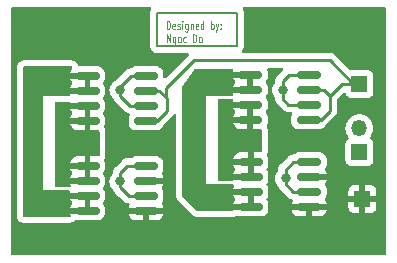
<source format=gbr>
%TF.GenerationSoftware,KiCad,Pcbnew,7.0.6*%
%TF.CreationDate,2023-10-15T16:26:04+03:00*%
%TF.ProjectId,MOSFET,4d4f5346-4554-42e6-9b69-6361645f7063,rev?*%
%TF.SameCoordinates,Original*%
%TF.FileFunction,Copper,L1,Top*%
%TF.FilePolarity,Positive*%
%FSLAX46Y46*%
G04 Gerber Fmt 4.6, Leading zero omitted, Abs format (unit mm)*
G04 Created by KiCad (PCBNEW 7.0.6) date 2023-10-15 16:26:04*
%MOMM*%
%LPD*%
G01*
G04 APERTURE LIST*
G04 Aperture macros list*
%AMRoundRect*
0 Rectangle with rounded corners*
0 $1 Rounding radius*
0 $2 $3 $4 $5 $6 $7 $8 $9 X,Y pos of 4 corners*
0 Add a 4 corners polygon primitive as box body*
4,1,4,$2,$3,$4,$5,$6,$7,$8,$9,$2,$3,0*
0 Add four circle primitives for the rounded corners*
1,1,$1+$1,$2,$3*
1,1,$1+$1,$4,$5*
1,1,$1+$1,$6,$7*
1,1,$1+$1,$8,$9*
0 Add four rect primitives between the rounded corners*
20,1,$1+$1,$2,$3,$4,$5,0*
20,1,$1+$1,$4,$5,$6,$7,0*
20,1,$1+$1,$6,$7,$8,$9,0*
20,1,$1+$1,$8,$9,$2,$3,0*%
G04 Aperture macros list end*
%ADD10C,0.100000*%
%TA.AperFunction,NonConductor*%
%ADD11C,0.100000*%
%TD*%
%TA.AperFunction,NonConductor*%
%ADD12C,0.200000*%
%TD*%
%TA.AperFunction,ComponentPad*%
%ADD13R,1.350000X1.350000*%
%TD*%
%TA.AperFunction,ComponentPad*%
%ADD14O,1.350000X1.350000*%
%TD*%
%TA.AperFunction,SMDPad,CuDef*%
%ADD15RoundRect,0.150000X0.825000X0.150000X-0.825000X0.150000X-0.825000X-0.150000X0.825000X-0.150000X0*%
%TD*%
%TA.AperFunction,ViaPad*%
%ADD16C,0.800000*%
%TD*%
%TA.AperFunction,Conductor*%
%ADD17C,0.250000*%
%TD*%
G04 APERTURE END LIST*
D10*
D11*
X128684836Y-70353133D02*
X128684836Y-69653133D01*
X128684836Y-69653133D02*
X128803884Y-69653133D01*
X128803884Y-69653133D02*
X128875312Y-69686466D01*
X128875312Y-69686466D02*
X128922931Y-69753133D01*
X128922931Y-69753133D02*
X128946741Y-69819800D01*
X128946741Y-69819800D02*
X128970550Y-69953133D01*
X128970550Y-69953133D02*
X128970550Y-70053133D01*
X128970550Y-70053133D02*
X128946741Y-70186466D01*
X128946741Y-70186466D02*
X128922931Y-70253133D01*
X128922931Y-70253133D02*
X128875312Y-70319800D01*
X128875312Y-70319800D02*
X128803884Y-70353133D01*
X128803884Y-70353133D02*
X128684836Y-70353133D01*
X129375312Y-70319800D02*
X129327693Y-70353133D01*
X129327693Y-70353133D02*
X129232455Y-70353133D01*
X129232455Y-70353133D02*
X129184836Y-70319800D01*
X129184836Y-70319800D02*
X129161027Y-70253133D01*
X129161027Y-70253133D02*
X129161027Y-69986466D01*
X129161027Y-69986466D02*
X129184836Y-69919800D01*
X129184836Y-69919800D02*
X129232455Y-69886466D01*
X129232455Y-69886466D02*
X129327693Y-69886466D01*
X129327693Y-69886466D02*
X129375312Y-69919800D01*
X129375312Y-69919800D02*
X129399122Y-69986466D01*
X129399122Y-69986466D02*
X129399122Y-70053133D01*
X129399122Y-70053133D02*
X129161027Y-70119800D01*
X129589598Y-70319800D02*
X129637217Y-70353133D01*
X129637217Y-70353133D02*
X129732455Y-70353133D01*
X129732455Y-70353133D02*
X129780074Y-70319800D01*
X129780074Y-70319800D02*
X129803883Y-70253133D01*
X129803883Y-70253133D02*
X129803883Y-70219800D01*
X129803883Y-70219800D02*
X129780074Y-70153133D01*
X129780074Y-70153133D02*
X129732455Y-70119800D01*
X129732455Y-70119800D02*
X129661026Y-70119800D01*
X129661026Y-70119800D02*
X129613407Y-70086466D01*
X129613407Y-70086466D02*
X129589598Y-70019800D01*
X129589598Y-70019800D02*
X129589598Y-69986466D01*
X129589598Y-69986466D02*
X129613407Y-69919800D01*
X129613407Y-69919800D02*
X129661026Y-69886466D01*
X129661026Y-69886466D02*
X129732455Y-69886466D01*
X129732455Y-69886466D02*
X129780074Y-69919800D01*
X130018169Y-70353133D02*
X130018169Y-69886466D01*
X130018169Y-69653133D02*
X129994360Y-69686466D01*
X129994360Y-69686466D02*
X130018169Y-69719800D01*
X130018169Y-69719800D02*
X130041979Y-69686466D01*
X130041979Y-69686466D02*
X130018169Y-69653133D01*
X130018169Y-69653133D02*
X130018169Y-69719800D01*
X130470550Y-69886466D02*
X130470550Y-70453133D01*
X130470550Y-70453133D02*
X130446740Y-70519800D01*
X130446740Y-70519800D02*
X130422931Y-70553133D01*
X130422931Y-70553133D02*
X130375312Y-70586466D01*
X130375312Y-70586466D02*
X130303883Y-70586466D01*
X130303883Y-70586466D02*
X130256264Y-70553133D01*
X130470550Y-70319800D02*
X130422931Y-70353133D01*
X130422931Y-70353133D02*
X130327693Y-70353133D01*
X130327693Y-70353133D02*
X130280074Y-70319800D01*
X130280074Y-70319800D02*
X130256264Y-70286466D01*
X130256264Y-70286466D02*
X130232455Y-70219800D01*
X130232455Y-70219800D02*
X130232455Y-70019800D01*
X130232455Y-70019800D02*
X130256264Y-69953133D01*
X130256264Y-69953133D02*
X130280074Y-69919800D01*
X130280074Y-69919800D02*
X130327693Y-69886466D01*
X130327693Y-69886466D02*
X130422931Y-69886466D01*
X130422931Y-69886466D02*
X130470550Y-69919800D01*
X130708645Y-69886466D02*
X130708645Y-70353133D01*
X130708645Y-69953133D02*
X130732455Y-69919800D01*
X130732455Y-69919800D02*
X130780074Y-69886466D01*
X130780074Y-69886466D02*
X130851502Y-69886466D01*
X130851502Y-69886466D02*
X130899121Y-69919800D01*
X130899121Y-69919800D02*
X130922931Y-69986466D01*
X130922931Y-69986466D02*
X130922931Y-70353133D01*
X131351502Y-70319800D02*
X131303883Y-70353133D01*
X131303883Y-70353133D02*
X131208645Y-70353133D01*
X131208645Y-70353133D02*
X131161026Y-70319800D01*
X131161026Y-70319800D02*
X131137217Y-70253133D01*
X131137217Y-70253133D02*
X131137217Y-69986466D01*
X131137217Y-69986466D02*
X131161026Y-69919800D01*
X131161026Y-69919800D02*
X131208645Y-69886466D01*
X131208645Y-69886466D02*
X131303883Y-69886466D01*
X131303883Y-69886466D02*
X131351502Y-69919800D01*
X131351502Y-69919800D02*
X131375312Y-69986466D01*
X131375312Y-69986466D02*
X131375312Y-70053133D01*
X131375312Y-70053133D02*
X131137217Y-70119800D01*
X131803883Y-70353133D02*
X131803883Y-69653133D01*
X131803883Y-70319800D02*
X131756264Y-70353133D01*
X131756264Y-70353133D02*
X131661026Y-70353133D01*
X131661026Y-70353133D02*
X131613407Y-70319800D01*
X131613407Y-70319800D02*
X131589597Y-70286466D01*
X131589597Y-70286466D02*
X131565788Y-70219800D01*
X131565788Y-70219800D02*
X131565788Y-70019800D01*
X131565788Y-70019800D02*
X131589597Y-69953133D01*
X131589597Y-69953133D02*
X131613407Y-69919800D01*
X131613407Y-69919800D02*
X131661026Y-69886466D01*
X131661026Y-69886466D02*
X131756264Y-69886466D01*
X131756264Y-69886466D02*
X131803883Y-69919800D01*
X132422930Y-70353133D02*
X132422930Y-69653133D01*
X132422930Y-69919800D02*
X132470549Y-69886466D01*
X132470549Y-69886466D02*
X132565787Y-69886466D01*
X132565787Y-69886466D02*
X132613406Y-69919800D01*
X132613406Y-69919800D02*
X132637216Y-69953133D01*
X132637216Y-69953133D02*
X132661025Y-70019800D01*
X132661025Y-70019800D02*
X132661025Y-70219800D01*
X132661025Y-70219800D02*
X132637216Y-70286466D01*
X132637216Y-70286466D02*
X132613406Y-70319800D01*
X132613406Y-70319800D02*
X132565787Y-70353133D01*
X132565787Y-70353133D02*
X132470549Y-70353133D01*
X132470549Y-70353133D02*
X132422930Y-70319800D01*
X132827692Y-69886466D02*
X132946740Y-70353133D01*
X133065787Y-69886466D02*
X132946740Y-70353133D01*
X132946740Y-70353133D02*
X132899121Y-70519800D01*
X132899121Y-70519800D02*
X132875311Y-70553133D01*
X132875311Y-70553133D02*
X132827692Y-70586466D01*
X133256263Y-70286466D02*
X133280073Y-70319800D01*
X133280073Y-70319800D02*
X133256263Y-70353133D01*
X133256263Y-70353133D02*
X133232454Y-70319800D01*
X133232454Y-70319800D02*
X133256263Y-70286466D01*
X133256263Y-70286466D02*
X133256263Y-70353133D01*
X133256263Y-69919800D02*
X133280073Y-69953133D01*
X133280073Y-69953133D02*
X133256263Y-69986466D01*
X133256263Y-69986466D02*
X133232454Y-69953133D01*
X133232454Y-69953133D02*
X133256263Y-69919800D01*
X133256263Y-69919800D02*
X133256263Y-69986466D01*
X128684836Y-71480133D02*
X128684836Y-70780133D01*
X128684836Y-70780133D02*
X128970550Y-71480133D01*
X128970550Y-71480133D02*
X128970550Y-70780133D01*
X129422932Y-71013466D02*
X129422932Y-71580133D01*
X129422932Y-71580133D02*
X129399122Y-71646800D01*
X129399122Y-71646800D02*
X129375313Y-71680133D01*
X129375313Y-71680133D02*
X129327694Y-71713466D01*
X129327694Y-71713466D02*
X129256265Y-71713466D01*
X129256265Y-71713466D02*
X129208646Y-71680133D01*
X129422932Y-71446800D02*
X129375313Y-71480133D01*
X129375313Y-71480133D02*
X129280075Y-71480133D01*
X129280075Y-71480133D02*
X129232456Y-71446800D01*
X129232456Y-71446800D02*
X129208646Y-71413466D01*
X129208646Y-71413466D02*
X129184837Y-71346800D01*
X129184837Y-71346800D02*
X129184837Y-71146800D01*
X129184837Y-71146800D02*
X129208646Y-71080133D01*
X129208646Y-71080133D02*
X129232456Y-71046800D01*
X129232456Y-71046800D02*
X129280075Y-71013466D01*
X129280075Y-71013466D02*
X129375313Y-71013466D01*
X129375313Y-71013466D02*
X129422932Y-71046800D01*
X129732456Y-71480133D02*
X129684837Y-71446800D01*
X129684837Y-71446800D02*
X129661027Y-71413466D01*
X129661027Y-71413466D02*
X129637218Y-71346800D01*
X129637218Y-71346800D02*
X129637218Y-71146800D01*
X129637218Y-71146800D02*
X129661027Y-71080133D01*
X129661027Y-71080133D02*
X129684837Y-71046800D01*
X129684837Y-71046800D02*
X129732456Y-71013466D01*
X129732456Y-71013466D02*
X129803884Y-71013466D01*
X129803884Y-71013466D02*
X129851503Y-71046800D01*
X129851503Y-71046800D02*
X129875313Y-71080133D01*
X129875313Y-71080133D02*
X129899122Y-71146800D01*
X129899122Y-71146800D02*
X129899122Y-71346800D01*
X129899122Y-71346800D02*
X129875313Y-71413466D01*
X129875313Y-71413466D02*
X129851503Y-71446800D01*
X129851503Y-71446800D02*
X129803884Y-71480133D01*
X129803884Y-71480133D02*
X129732456Y-71480133D01*
X130327694Y-71446800D02*
X130280075Y-71480133D01*
X130280075Y-71480133D02*
X130184837Y-71480133D01*
X130184837Y-71480133D02*
X130137218Y-71446800D01*
X130137218Y-71446800D02*
X130113408Y-71413466D01*
X130113408Y-71413466D02*
X130089599Y-71346800D01*
X130089599Y-71346800D02*
X130089599Y-71146800D01*
X130089599Y-71146800D02*
X130113408Y-71080133D01*
X130113408Y-71080133D02*
X130137218Y-71046800D01*
X130137218Y-71046800D02*
X130184837Y-71013466D01*
X130184837Y-71013466D02*
X130280075Y-71013466D01*
X130280075Y-71013466D02*
X130327694Y-71046800D01*
X130922931Y-71480133D02*
X130922931Y-70780133D01*
X130922931Y-70780133D02*
X131041979Y-70780133D01*
X131041979Y-70780133D02*
X131113407Y-70813466D01*
X131113407Y-70813466D02*
X131161026Y-70880133D01*
X131161026Y-70880133D02*
X131184836Y-70946800D01*
X131184836Y-70946800D02*
X131208645Y-71080133D01*
X131208645Y-71080133D02*
X131208645Y-71180133D01*
X131208645Y-71180133D02*
X131184836Y-71313466D01*
X131184836Y-71313466D02*
X131161026Y-71380133D01*
X131161026Y-71380133D02*
X131113407Y-71446800D01*
X131113407Y-71446800D02*
X131041979Y-71480133D01*
X131041979Y-71480133D02*
X130922931Y-71480133D01*
X131494360Y-71480133D02*
X131446741Y-71446800D01*
X131446741Y-71446800D02*
X131422931Y-71413466D01*
X131422931Y-71413466D02*
X131399122Y-71346800D01*
X131399122Y-71346800D02*
X131399122Y-71146800D01*
X131399122Y-71146800D02*
X131422931Y-71080133D01*
X131422931Y-71080133D02*
X131446741Y-71046800D01*
X131446741Y-71046800D02*
X131494360Y-71013466D01*
X131494360Y-71013466D02*
X131565788Y-71013466D01*
X131565788Y-71013466D02*
X131613407Y-71046800D01*
X131613407Y-71046800D02*
X131637217Y-71080133D01*
X131637217Y-71080133D02*
X131661026Y-71146800D01*
X131661026Y-71146800D02*
X131661026Y-71346800D01*
X131661026Y-71346800D02*
X131637217Y-71413466D01*
X131637217Y-71413466D02*
X131613407Y-71446800D01*
X131613407Y-71446800D02*
X131565788Y-71480133D01*
X131565788Y-71480133D02*
X131494360Y-71480133D01*
D12*
X127875000Y-69000000D02*
X134625000Y-69000000D01*
X134625000Y-71750000D01*
X127875000Y-71750000D01*
X127875000Y-69000000D01*
D13*
%TO.P,J1,1,Pin_1*%
%TO.N,Net-(J1-Pin_1)*%
X145000000Y-80750000D03*
D14*
%TO.P,J1,2,Pin_2*%
%TO.N,Net-(J1-Pin_2)*%
X145000000Y-78750000D03*
%TD*%
D15*
%TO.P,Q4,1,S1*%
%TO.N,GND*%
X140750000Y-85405000D03*
%TO.P,Q4,2,G1*%
%TO.N,Net-(J1-Pin_1)*%
X140750000Y-84135000D03*
%TO.P,Q4,3,S2*%
%TO.N,GND*%
X140750000Y-82865000D03*
%TO.P,Q4,4,G2*%
%TO.N,Net-(J1-Pin_1)*%
X140750000Y-81595000D03*
%TO.P,Q4,5,D2*%
%TO.N,Net-(Q3A-D1-Pad7)*%
X135800000Y-81595000D03*
%TO.P,Q4,6,D2*%
X135800000Y-82865000D03*
%TO.P,Q4,7,D1*%
%TO.N,Net-(Q3B-D2-Pad5)*%
X135800000Y-84135000D03*
%TO.P,Q4,8,D1*%
X135800000Y-85405000D03*
%TD*%
%TO.P,Q3,1,S1*%
%TO.N,Net-(J2-Pin_1)*%
X140725000Y-78020000D03*
%TO.P,Q3,2,G1*%
%TO.N,Net-(J1-Pin_2)*%
X140725000Y-76750000D03*
%TO.P,Q3,3,S2*%
%TO.N,Net-(J2-Pin_1)*%
X140725000Y-75480000D03*
%TO.P,Q3,4,G2*%
%TO.N,Net-(J1-Pin_2)*%
X140725000Y-74210000D03*
%TO.P,Q3,5,D2*%
%TO.N,Net-(Q3B-D2-Pad5)*%
X135775000Y-74210000D03*
%TO.P,Q3,6,D2*%
X135775000Y-75480000D03*
%TO.P,Q3,7,D1*%
%TO.N,Net-(Q3A-D1-Pad7)*%
X135775000Y-76750000D03*
%TO.P,Q3,8,D1*%
X135775000Y-78020000D03*
%TD*%
%TO.P,Q2,1,S1*%
%TO.N,GND*%
X126935000Y-85725000D03*
%TO.P,Q2,2,G1*%
%TO.N,Net-(J1-Pin_1)*%
X126935000Y-84455000D03*
%TO.P,Q2,3,S2*%
%TO.N,GND*%
X126935000Y-83185000D03*
%TO.P,Q2,4,G2*%
%TO.N,Net-(J1-Pin_1)*%
X126935000Y-81915000D03*
%TO.P,Q2,5,D2*%
%TO.N,Net-(Q1A-D1-Pad7)*%
X121985000Y-81915000D03*
%TO.P,Q2,6,D2*%
X121985000Y-83185000D03*
%TO.P,Q2,7,D1*%
%TO.N,Net-(Q1B-D2-Pad5)*%
X121985000Y-84455000D03*
%TO.P,Q2,8,D1*%
X121985000Y-85725000D03*
%TD*%
D13*
%TO.P,J2,1,Pin_1*%
%TO.N,Net-(J2-Pin_1)*%
X145000000Y-75000000D03*
%TD*%
D15*
%TO.P,Q1,1,S1*%
%TO.N,Net-(J2-Pin_1)*%
X126935000Y-78105000D03*
%TO.P,Q1,2,G1*%
%TO.N,Net-(J1-Pin_2)*%
X126935000Y-76835000D03*
%TO.P,Q1,3,S2*%
%TO.N,Net-(J2-Pin_1)*%
X126935000Y-75565000D03*
%TO.P,Q1,4,G2*%
%TO.N,Net-(J1-Pin_2)*%
X126935000Y-74295000D03*
%TO.P,Q1,5,D2*%
%TO.N,Net-(Q1B-D2-Pad5)*%
X121985000Y-74295000D03*
%TO.P,Q1,6,D2*%
X121985000Y-75565000D03*
%TO.P,Q1,7,D1*%
%TO.N,Net-(Q1A-D1-Pad7)*%
X121985000Y-76835000D03*
%TO.P,Q1,8,D1*%
X121985000Y-78105000D03*
%TD*%
D13*
%TO.P,J3,1,Pin_1*%
%TO.N,GND*%
X145250000Y-84750000D03*
%TD*%
D16*
%TO.N,Net-(J1-Pin_1)*%
X138750000Y-83000000D03*
X124750000Y-83250000D03*
%TO.N,Net-(J1-Pin_2)*%
X138500000Y-75500000D03*
X124750000Y-75500000D03*
%TD*%
D17*
%TO.N,Net-(J1-Pin_1)*%
X139405000Y-81595000D02*
X138750000Y-82250000D01*
X124750000Y-82500000D02*
X124750000Y-83250000D01*
X125455000Y-84455000D02*
X126935000Y-84455000D01*
X138750000Y-83500000D02*
X139385000Y-84135000D01*
X124750000Y-83750000D02*
X125455000Y-84455000D01*
X138750000Y-83000000D02*
X138750000Y-83500000D01*
X126935000Y-81915000D02*
X125335000Y-81915000D01*
X138750000Y-82250000D02*
X138750000Y-83000000D01*
X124750000Y-83250000D02*
X124750000Y-83750000D01*
X140750000Y-81595000D02*
X139405000Y-81595000D01*
X125335000Y-81915000D02*
X124750000Y-82500000D01*
X139385000Y-84135000D02*
X140750000Y-84135000D01*
%TO.N,Net-(J1-Pin_2)*%
X125585000Y-76835000D02*
X126935000Y-76835000D01*
X138500000Y-76250000D02*
X139000000Y-76750000D01*
X124750000Y-75500000D02*
X124750000Y-76000000D01*
X124750000Y-75250000D02*
X124750000Y-75500000D01*
X140725000Y-74210000D02*
X139040000Y-74210000D01*
X139000000Y-76750000D02*
X140725000Y-76750000D01*
X139040000Y-74210000D02*
X138500000Y-74750000D01*
X125705000Y-74295000D02*
X124750000Y-75250000D01*
X124750000Y-76000000D02*
X125585000Y-76835000D01*
X126935000Y-74295000D02*
X125705000Y-74295000D01*
X138500000Y-74750000D02*
X138500000Y-75500000D01*
X138500000Y-75500000D02*
X138500000Y-76250000D01*
%TO.N,Net-(J2-Pin_1)*%
X140725000Y-75480000D02*
X141980000Y-75480000D01*
X142500000Y-77250000D02*
X141730000Y-78020000D01*
X131000000Y-73000000D02*
X142500000Y-73000000D01*
X127895000Y-78105000D02*
X126935000Y-78105000D01*
X142500000Y-76000000D02*
X142500000Y-77250000D01*
X126935000Y-75565000D02*
X128065000Y-75565000D01*
X128750000Y-76250000D02*
X128750000Y-77250000D01*
X143500000Y-75000000D02*
X145000000Y-75000000D01*
X128625000Y-76125000D02*
X128625000Y-75375000D01*
X141980000Y-75480000D02*
X142500000Y-76000000D01*
X142500000Y-76000000D02*
X143500000Y-75000000D01*
X128625000Y-75375000D02*
X131000000Y-73000000D01*
X128750000Y-77250000D02*
X127895000Y-78105000D01*
X128065000Y-75565000D02*
X128625000Y-76125000D01*
X128625000Y-76125000D02*
X128750000Y-76250000D01*
X144500000Y-75000000D02*
X145000000Y-75000000D01*
X141730000Y-78020000D02*
X140725000Y-78020000D01*
X142500000Y-73000000D02*
X144500000Y-75000000D01*
%TO.N,GND*%
X142750000Y-86250000D02*
X142750000Y-85500000D01*
X142750000Y-85500000D02*
X143500000Y-84750000D01*
X142095000Y-85405000D02*
X140750000Y-85405000D01*
X126935000Y-83185000D02*
X128435000Y-83185000D01*
X142250000Y-86750000D02*
X142750000Y-86250000D01*
X140750000Y-82865000D02*
X142115000Y-82865000D01*
X130500000Y-86750000D02*
X142250000Y-86750000D01*
X143500000Y-84750000D02*
X145250000Y-84750000D01*
X129000000Y-85250000D02*
X128525000Y-85725000D01*
X142750000Y-84750000D02*
X142095000Y-85405000D01*
X129000000Y-85250000D02*
X130500000Y-86750000D01*
X128435000Y-83185000D02*
X129000000Y-83750000D01*
X142115000Y-82865000D02*
X142750000Y-83500000D01*
X142750000Y-83500000D02*
X142750000Y-84750000D01*
X129000000Y-83750000D02*
X129000000Y-85250000D01*
X128525000Y-85725000D02*
X126935000Y-85725000D01*
X142750000Y-85500000D02*
X142750000Y-84750000D01*
%TO.N,Net-(Q1B-D2-Pad5)*%
X121960000Y-85750000D02*
X121985000Y-85725000D01*
X121985000Y-84455000D02*
X121985000Y-85725000D01*
X121985000Y-75565000D02*
X121920000Y-75500000D01*
X122000000Y-85740000D02*
X121985000Y-85725000D01*
X121985000Y-74295000D02*
X122000000Y-74280000D01*
%TO.N,Net-(Q1A-D1-Pad7)*%
X121985000Y-81915000D02*
X121985000Y-83185000D01*
X121820000Y-81750000D02*
X121985000Y-81915000D01*
X121985000Y-76835000D02*
X121985000Y-78105000D01*
%TO.N,Net-(Q3B-D2-Pad5)*%
X135775000Y-74210000D02*
X135775000Y-75480000D01*
X135800000Y-84135000D02*
X135800000Y-85405000D01*
%TO.N,Net-(Q3A-D1-Pad7)*%
X135800000Y-81595000D02*
X135800000Y-82865000D01*
X135775000Y-81570000D02*
X135800000Y-81595000D01*
X135775000Y-76750000D02*
X135775000Y-78020000D01*
%TD*%
%TA.AperFunction,Conductor*%
%TO.N,Net-(Q3A-D1-Pad7)*%
G36*
X134276694Y-76269685D02*
G01*
X134322449Y-76322489D01*
X134332393Y-76391647D01*
X134328732Y-76408594D01*
X134302899Y-76497511D01*
X134302704Y-76499998D01*
X134302705Y-76500000D01*
X135901000Y-76500000D01*
X135968039Y-76519685D01*
X136013794Y-76572489D01*
X136025000Y-76624000D01*
X136025000Y-78820000D01*
X136626000Y-78820000D01*
X136693039Y-78839685D01*
X136738794Y-78892489D01*
X136750000Y-78944000D01*
X136750000Y-80671000D01*
X136730315Y-80738039D01*
X136677511Y-80783794D01*
X136626000Y-80795000D01*
X136050000Y-80795000D01*
X136050000Y-82991000D01*
X136030315Y-83058039D01*
X135977511Y-83103794D01*
X135926000Y-83115000D01*
X134327705Y-83115000D01*
X134327703Y-83115001D01*
X134327804Y-83116275D01*
X134313438Y-83184652D01*
X134264385Y-83234407D01*
X134204186Y-83250000D01*
X133124000Y-83250000D01*
X133056961Y-83230315D01*
X133011206Y-83177511D01*
X133000000Y-83126000D01*
X133000000Y-82614998D01*
X134327704Y-82614998D01*
X134327705Y-82615000D01*
X135550000Y-82615000D01*
X135550000Y-81845000D01*
X134327705Y-81845000D01*
X134327704Y-81845001D01*
X134327899Y-81847486D01*
X134373718Y-82005198D01*
X134457314Y-82146552D01*
X134462100Y-82152722D01*
X134459753Y-82154542D01*
X134486564Y-82203642D01*
X134481580Y-82273334D01*
X134460541Y-82306069D01*
X134462100Y-82307278D01*
X134457314Y-82313447D01*
X134373718Y-82454801D01*
X134327899Y-82612513D01*
X134327704Y-82614998D01*
X133000000Y-82614998D01*
X133000000Y-81344998D01*
X134327704Y-81344998D01*
X134327705Y-81345000D01*
X135550000Y-81345000D01*
X135550000Y-80795000D01*
X134909356Y-80795000D01*
X134872510Y-80797899D01*
X134872504Y-80797900D01*
X134714806Y-80843716D01*
X134714803Y-80843717D01*
X134573447Y-80927314D01*
X134573438Y-80927321D01*
X134457321Y-81043438D01*
X134457314Y-81043447D01*
X134373718Y-81184801D01*
X134327899Y-81342513D01*
X134327704Y-81344998D01*
X133000000Y-81344998D01*
X133000000Y-78270001D01*
X134302704Y-78270001D01*
X134302899Y-78272486D01*
X134348718Y-78430198D01*
X134432314Y-78571552D01*
X134432321Y-78571561D01*
X134548438Y-78687678D01*
X134548447Y-78687685D01*
X134689803Y-78771282D01*
X134689806Y-78771283D01*
X134847504Y-78817099D01*
X134847510Y-78817100D01*
X134884356Y-78820000D01*
X135525000Y-78820000D01*
X135525000Y-78270000D01*
X134302705Y-78270000D01*
X134302704Y-78270001D01*
X133000000Y-78270001D01*
X133000000Y-77769998D01*
X134302704Y-77769998D01*
X134302705Y-77770000D01*
X135525000Y-77770000D01*
X135525000Y-77000000D01*
X134302705Y-77000000D01*
X134302704Y-77000001D01*
X134302899Y-77002486D01*
X134348718Y-77160198D01*
X134432314Y-77301552D01*
X134437100Y-77307722D01*
X134434753Y-77309542D01*
X134461564Y-77358642D01*
X134456580Y-77428334D01*
X134435541Y-77461069D01*
X134437100Y-77462278D01*
X134432314Y-77468447D01*
X134348718Y-77609801D01*
X134302899Y-77767513D01*
X134302704Y-77769998D01*
X133000000Y-77769998D01*
X133000000Y-76374000D01*
X133019685Y-76306961D01*
X133072489Y-76261206D01*
X133124000Y-76250000D01*
X134209655Y-76250000D01*
X134276694Y-76269685D01*
G37*
%TD.AperFunction*%
%TD*%
%TA.AperFunction,Conductor*%
%TO.N,Net-(Q1A-D1-Pad7)*%
G36*
X120452291Y-76519685D02*
G01*
X120475048Y-76545948D01*
X120475888Y-76545172D01*
X120512705Y-76585000D01*
X122111000Y-76585000D01*
X122178039Y-76604685D01*
X122223794Y-76657489D01*
X122235000Y-76709000D01*
X122235000Y-78905000D01*
X122876000Y-78905000D01*
X122943039Y-78924685D01*
X122988794Y-78977489D01*
X123000000Y-79029000D01*
X123000000Y-80991000D01*
X122980315Y-81058039D01*
X122927511Y-81103794D01*
X122876000Y-81115000D01*
X122235000Y-81115000D01*
X122235000Y-83311000D01*
X122215315Y-83378039D01*
X122162511Y-83423794D01*
X122111000Y-83435000D01*
X120512705Y-83435000D01*
X120512704Y-83435001D01*
X120512899Y-83437488D01*
X120557616Y-83591406D01*
X120557416Y-83661275D01*
X120519473Y-83719945D01*
X120455835Y-83748788D01*
X120438539Y-83750000D01*
X119374000Y-83750000D01*
X119306961Y-83730315D01*
X119261206Y-83677511D01*
X119250000Y-83626000D01*
X119250000Y-82934998D01*
X120512704Y-82934998D01*
X120512705Y-82935000D01*
X121735000Y-82935000D01*
X121735000Y-82165000D01*
X120512705Y-82165000D01*
X120512704Y-82165001D01*
X120512899Y-82167486D01*
X120558718Y-82325198D01*
X120642314Y-82466552D01*
X120647100Y-82472722D01*
X120644753Y-82474542D01*
X120671564Y-82523642D01*
X120666580Y-82593334D01*
X120645544Y-82626078D01*
X120647097Y-82627283D01*
X120642313Y-82633449D01*
X120558718Y-82774801D01*
X120512899Y-82932513D01*
X120512704Y-82934998D01*
X119250000Y-82934998D01*
X119250000Y-81664998D01*
X120512704Y-81664998D01*
X120512705Y-81665000D01*
X121735000Y-81665000D01*
X121735000Y-81115000D01*
X121094356Y-81115000D01*
X121057510Y-81117899D01*
X121057504Y-81117900D01*
X120899806Y-81163716D01*
X120899803Y-81163717D01*
X120758447Y-81247314D01*
X120758438Y-81247321D01*
X120642321Y-81363438D01*
X120642314Y-81363447D01*
X120558718Y-81504801D01*
X120512899Y-81662513D01*
X120512704Y-81664998D01*
X119250000Y-81664998D01*
X119250000Y-78355001D01*
X120512704Y-78355001D01*
X120512899Y-78357486D01*
X120558718Y-78515198D01*
X120642314Y-78656552D01*
X120642321Y-78656561D01*
X120758438Y-78772678D01*
X120758447Y-78772685D01*
X120899803Y-78856282D01*
X120899806Y-78856283D01*
X121057504Y-78902099D01*
X121057510Y-78902100D01*
X121094356Y-78905000D01*
X121735000Y-78905000D01*
X121735000Y-78355000D01*
X120512705Y-78355000D01*
X120512704Y-78355001D01*
X119250000Y-78355001D01*
X119250000Y-77854998D01*
X120512704Y-77854998D01*
X120512705Y-77855000D01*
X121735000Y-77855000D01*
X121735000Y-77085000D01*
X120512705Y-77085000D01*
X120512704Y-77085001D01*
X120512899Y-77087486D01*
X120558718Y-77245198D01*
X120642313Y-77386550D01*
X120647097Y-77392717D01*
X120644757Y-77394531D01*
X120671575Y-77443689D01*
X120666563Y-77513379D01*
X120645546Y-77546080D01*
X120647097Y-77547283D01*
X120642313Y-77553449D01*
X120558718Y-77694801D01*
X120512899Y-77852513D01*
X120512704Y-77854998D01*
X119250000Y-77854998D01*
X119250000Y-76624000D01*
X119269685Y-76556961D01*
X119322489Y-76511206D01*
X119374000Y-76500000D01*
X120385252Y-76500000D01*
X120452291Y-76519685D01*
G37*
%TD.AperFunction*%
%TD*%
%TA.AperFunction,Conductor*%
%TO.N,GND*%
G36*
X127317341Y-68519685D02*
G01*
X127363096Y-68572489D01*
X127373040Y-68641647D01*
X127352996Y-68689234D01*
X127354528Y-68690119D01*
X127350465Y-68697156D01*
X127289956Y-68843237D01*
X127289955Y-68843239D01*
X127269318Y-68999998D01*
X127269318Y-68999999D01*
X127273969Y-69035326D01*
X127274500Y-69043428D01*
X127274500Y-71706571D01*
X127273969Y-71714673D01*
X127269318Y-71749999D01*
X127269318Y-71750000D01*
X127274500Y-71789360D01*
X127289955Y-71906760D01*
X127289956Y-71906762D01*
X127350464Y-72052841D01*
X127446718Y-72178282D01*
X127572159Y-72274536D01*
X127718238Y-72335044D01*
X127796618Y-72345363D01*
X127874999Y-72355682D01*
X127875000Y-72355682D01*
X127910329Y-72351030D01*
X127918428Y-72350500D01*
X130462003Y-72350500D01*
X130529042Y-72370185D01*
X130574797Y-72422989D01*
X130584741Y-72492147D01*
X130557543Y-72553545D01*
X130538708Y-72576310D01*
X130534777Y-72580631D01*
X128622181Y-74493227D01*
X128560858Y-74526712D01*
X128491166Y-74521728D01*
X128435233Y-74479856D01*
X128410816Y-74414392D01*
X128410500Y-74405546D01*
X128410500Y-74079304D01*
X128407598Y-74042432D01*
X128407597Y-74042426D01*
X128361745Y-73884606D01*
X128361744Y-73884603D01*
X128361744Y-73884602D01*
X128278081Y-73743135D01*
X128278079Y-73743133D01*
X128278076Y-73743129D01*
X128161870Y-73626923D01*
X128161862Y-73626917D01*
X128020396Y-73543255D01*
X128020393Y-73543254D01*
X127862573Y-73497402D01*
X127862567Y-73497401D01*
X127825696Y-73494500D01*
X127825694Y-73494500D01*
X126044306Y-73494500D01*
X126044304Y-73494500D01*
X126007432Y-73497401D01*
X126007426Y-73497402D01*
X125849606Y-73543254D01*
X125849603Y-73543255D01*
X125708140Y-73626915D01*
X125708129Y-73626924D01*
X125699305Y-73635748D01*
X125637981Y-73669231D01*
X125615525Y-73672003D01*
X125606373Y-73672290D01*
X125587129Y-73677881D01*
X125568079Y-73681825D01*
X125548211Y-73684334D01*
X125504884Y-73701488D01*
X125499358Y-73703379D01*
X125454614Y-73716379D01*
X125454610Y-73716381D01*
X125437366Y-73726579D01*
X125419905Y-73735133D01*
X125401274Y-73742510D01*
X125401262Y-73742517D01*
X125363570Y-73769902D01*
X125358687Y-73773109D01*
X125318580Y-73796829D01*
X125304414Y-73810995D01*
X125289624Y-73823627D01*
X125273414Y-73835404D01*
X125273411Y-73835407D01*
X125243710Y-73871309D01*
X125239777Y-73875631D01*
X124497903Y-74617504D01*
X124460659Y-74643102D01*
X124297267Y-74715850D01*
X124297265Y-74715851D01*
X124144129Y-74827111D01*
X124017466Y-74967785D01*
X123922821Y-75131715D01*
X123922818Y-75131722D01*
X123864327Y-75311740D01*
X123864326Y-75311744D01*
X123844540Y-75500000D01*
X123864326Y-75688256D01*
X123864327Y-75688259D01*
X123922818Y-75868277D01*
X123922821Y-75868284D01*
X124017467Y-76032216D01*
X124048608Y-76066801D01*
X124132018Y-76159438D01*
X124155136Y-76196700D01*
X124156481Y-76200099D01*
X124158377Y-76205630D01*
X124171380Y-76250388D01*
X124181580Y-76267634D01*
X124190136Y-76285100D01*
X124194544Y-76296231D01*
X124197514Y-76303732D01*
X124224898Y-76341423D01*
X124228106Y-76346307D01*
X124251827Y-76386416D01*
X124251833Y-76386424D01*
X124265990Y-76400580D01*
X124278628Y-76415376D01*
X124290405Y-76431586D01*
X124290406Y-76431587D01*
X124326309Y-76461288D01*
X124330620Y-76465210D01*
X124916103Y-77050694D01*
X125084197Y-77218788D01*
X125094022Y-77231051D01*
X125094243Y-77230869D01*
X125099214Y-77236878D01*
X125123901Y-77260060D01*
X125149635Y-77284226D01*
X125170529Y-77305120D01*
X125176011Y-77309373D01*
X125180443Y-77313157D01*
X125214418Y-77345062D01*
X125231976Y-77354714D01*
X125248235Y-77365395D01*
X125264064Y-77377673D01*
X125306838Y-77396182D01*
X125312056Y-77398738D01*
X125352908Y-77421197D01*
X125372316Y-77426180D01*
X125390719Y-77432481D01*
X125409101Y-77440436D01*
X125409102Y-77440436D01*
X125409104Y-77440437D01*
X125455134Y-77447727D01*
X125460840Y-77448909D01*
X125468183Y-77450794D01*
X125528222Y-77486529D01*
X125559411Y-77549051D01*
X125551847Y-77618510D01*
X125544084Y-77634020D01*
X125508254Y-77694605D01*
X125508254Y-77694606D01*
X125462402Y-77852426D01*
X125462401Y-77852432D01*
X125459500Y-77889304D01*
X125459500Y-78320696D01*
X125462401Y-78357567D01*
X125462402Y-78357573D01*
X125508254Y-78515393D01*
X125508255Y-78515396D01*
X125508256Y-78515398D01*
X125535026Y-78560663D01*
X125591917Y-78656862D01*
X125591923Y-78656870D01*
X125708129Y-78773076D01*
X125708133Y-78773079D01*
X125708135Y-78773081D01*
X125849602Y-78856744D01*
X125891224Y-78868836D01*
X126007426Y-78902597D01*
X126007429Y-78902597D01*
X126007431Y-78902598D01*
X126019722Y-78903565D01*
X126044304Y-78905500D01*
X126044306Y-78905500D01*
X127825696Y-78905500D01*
X127844131Y-78904049D01*
X127862569Y-78902598D01*
X127862571Y-78902597D01*
X127862573Y-78902597D01*
X127904191Y-78890505D01*
X128020398Y-78856744D01*
X128161865Y-78773081D01*
X128278081Y-78656865D01*
X128342888Y-78547278D01*
X128354110Y-78531322D01*
X128355133Y-78530085D01*
X128356326Y-78528646D01*
X128360224Y-78524364D01*
X129133786Y-77750802D01*
X129146048Y-77740980D01*
X129145865Y-77740759D01*
X129151867Y-77735792D01*
X129151877Y-77735786D01*
X129199241Y-77685348D01*
X129220120Y-77664470D01*
X129224373Y-77658986D01*
X129228150Y-77654563D01*
X129260062Y-77620582D01*
X129261836Y-77617354D01*
X129263892Y-77615309D01*
X129264646Y-77614273D01*
X129264813Y-77614394D01*
X129311381Y-77568090D01*
X129379696Y-77553432D01*
X129445091Y-77578034D01*
X129486803Y-77634086D01*
X129494499Y-77677090D01*
X129494500Y-84462174D01*
X129494500Y-84462173D01*
X129495950Y-84489227D01*
X129495950Y-84489228D01*
X129500231Y-84529036D01*
X129508885Y-84582445D01*
X129508885Y-84582447D01*
X129555556Y-84707573D01*
X129559168Y-84717257D01*
X129592653Y-84778580D01*
X129678877Y-84893761D01*
X129678881Y-84893765D01*
X129678886Y-84893771D01*
X130297556Y-85512440D01*
X130865819Y-86080704D01*
X130865820Y-86080704D01*
X130885956Y-86098791D01*
X130885955Y-86098791D01*
X130917139Y-86123920D01*
X130920036Y-86126009D01*
X130961026Y-86155567D01*
X131091903Y-86215338D01*
X131134675Y-86227897D01*
X131158937Y-86235022D01*
X131158942Y-86235023D01*
X131158946Y-86235024D01*
X131301362Y-86255500D01*
X131301365Y-86255500D01*
X134201034Y-86255500D01*
X134201039Y-86255500D01*
X134327795Y-86239350D01*
X134387993Y-86223757D01*
X134506639Y-86176344D01*
X134506638Y-86176344D01*
X134514409Y-86173239D01*
X134514837Y-86174311D01*
X134567289Y-86160500D01*
X134709883Y-86160500D01*
X134744478Y-86165424D01*
X134872426Y-86202597D01*
X134872429Y-86202597D01*
X134872431Y-86202598D01*
X134884722Y-86203565D01*
X134909304Y-86205500D01*
X134909306Y-86205500D01*
X136690696Y-86205500D01*
X136709131Y-86204049D01*
X136727569Y-86202598D01*
X136727571Y-86202597D01*
X136727573Y-86202597D01*
X136769191Y-86190505D01*
X136885398Y-86156744D01*
X137026865Y-86073081D01*
X137143081Y-85956865D01*
X137226744Y-85815398D01*
X137272598Y-85657569D01*
X137272800Y-85655001D01*
X139277704Y-85655001D01*
X139277899Y-85657486D01*
X139323718Y-85815198D01*
X139407314Y-85956552D01*
X139407321Y-85956561D01*
X139523438Y-86072678D01*
X139523447Y-86072685D01*
X139664803Y-86156282D01*
X139664806Y-86156283D01*
X139822504Y-86202099D01*
X139822510Y-86202100D01*
X139859356Y-86205000D01*
X140500000Y-86205000D01*
X140500000Y-85655000D01*
X141000000Y-85655000D01*
X141000000Y-86205000D01*
X141640644Y-86205000D01*
X141677489Y-86202100D01*
X141677495Y-86202099D01*
X141835193Y-86156283D01*
X141835196Y-86156282D01*
X141976552Y-86072685D01*
X141976561Y-86072678D01*
X142092678Y-85956561D01*
X142092685Y-85956552D01*
X142176281Y-85815198D01*
X142222100Y-85657486D01*
X142222295Y-85655001D01*
X142222295Y-85655000D01*
X141000000Y-85655000D01*
X140500000Y-85655000D01*
X139277705Y-85655000D01*
X139277704Y-85655001D01*
X137272800Y-85655001D01*
X137275500Y-85620694D01*
X137275500Y-85472844D01*
X144075000Y-85472844D01*
X144081401Y-85532372D01*
X144081403Y-85532379D01*
X144131645Y-85667086D01*
X144131649Y-85667093D01*
X144217809Y-85782187D01*
X144217812Y-85782190D01*
X144332906Y-85868350D01*
X144332913Y-85868354D01*
X144467620Y-85918596D01*
X144467627Y-85918598D01*
X144527155Y-85924999D01*
X144527172Y-85925000D01*
X145000000Y-85925000D01*
X145000000Y-85065686D01*
X145011955Y-85077641D01*
X145124852Y-85135165D01*
X145218519Y-85150000D01*
X145281481Y-85150000D01*
X145375148Y-85135165D01*
X145488045Y-85077641D01*
X145500000Y-85065686D01*
X145500000Y-85925000D01*
X145972828Y-85925000D01*
X145972844Y-85924999D01*
X146032372Y-85918598D01*
X146032379Y-85918596D01*
X146167086Y-85868354D01*
X146167093Y-85868350D01*
X146282187Y-85782190D01*
X146282190Y-85782187D01*
X146368350Y-85667093D01*
X146368354Y-85667086D01*
X146418596Y-85532379D01*
X146418598Y-85532372D01*
X146424999Y-85472844D01*
X146425000Y-85472827D01*
X146425000Y-85000000D01*
X145565686Y-85000000D01*
X145577641Y-84988045D01*
X145635165Y-84875148D01*
X145654986Y-84750000D01*
X145635165Y-84624852D01*
X145577641Y-84511955D01*
X145565686Y-84500000D01*
X146425000Y-84500000D01*
X146425000Y-84027172D01*
X146424999Y-84027155D01*
X146418598Y-83967627D01*
X146418596Y-83967620D01*
X146368354Y-83832913D01*
X146368350Y-83832906D01*
X146282190Y-83717812D01*
X146282187Y-83717809D01*
X146167093Y-83631649D01*
X146167086Y-83631645D01*
X146032379Y-83581403D01*
X146032372Y-83581401D01*
X145972844Y-83575000D01*
X145500000Y-83575000D01*
X145500000Y-84434313D01*
X145488045Y-84422359D01*
X145375148Y-84364835D01*
X145281481Y-84350000D01*
X145218519Y-84350000D01*
X145124852Y-84364835D01*
X145011955Y-84422359D01*
X145000000Y-84434313D01*
X145000000Y-83575000D01*
X144527155Y-83575000D01*
X144467627Y-83581401D01*
X144467620Y-83581403D01*
X144332913Y-83631645D01*
X144332906Y-83631649D01*
X144217812Y-83717809D01*
X144217809Y-83717812D01*
X144131649Y-83832906D01*
X144131645Y-83832913D01*
X144081403Y-83967620D01*
X144081401Y-83967627D01*
X144075000Y-84027155D01*
X144075000Y-84500000D01*
X144934314Y-84500000D01*
X144922359Y-84511955D01*
X144864835Y-84624852D01*
X144845014Y-84750000D01*
X144864835Y-84875148D01*
X144922359Y-84988045D01*
X144934314Y-85000000D01*
X144075000Y-85000000D01*
X144075000Y-85472844D01*
X137275500Y-85472844D01*
X137275500Y-85189306D01*
X137272598Y-85152431D01*
X137242433Y-85048605D01*
X137233014Y-85016183D01*
X137226744Y-84994602D01*
X137143081Y-84853135D01*
X137143078Y-84853132D01*
X137138298Y-84846969D01*
X137140742Y-84845072D01*
X137114142Y-84796357D01*
X137119126Y-84726665D01*
X137139944Y-84694307D01*
X137138298Y-84693031D01*
X137143075Y-84686870D01*
X137143081Y-84686865D01*
X137226744Y-84545398D01*
X137260505Y-84429191D01*
X137272597Y-84387573D01*
X137272598Y-84387567D01*
X137275500Y-84350696D01*
X137275500Y-83919304D01*
X137272598Y-83882432D01*
X137272597Y-83882426D01*
X137234236Y-83750388D01*
X137226744Y-83724602D01*
X137143081Y-83583135D01*
X137143078Y-83583132D01*
X137138298Y-83576969D01*
X137140750Y-83575066D01*
X137114155Y-83526421D01*
X137119104Y-83456726D01*
X137139940Y-83424304D01*
X137138298Y-83423031D01*
X137143075Y-83416870D01*
X137143081Y-83416865D01*
X137226744Y-83275398D01*
X137272598Y-83117569D01*
X137275500Y-83080694D01*
X137275500Y-83000000D01*
X137844540Y-83000000D01*
X137864326Y-83188256D01*
X137864327Y-83188259D01*
X137922818Y-83368277D01*
X137922821Y-83368284D01*
X138017467Y-83532216D01*
X138086347Y-83608715D01*
X138132018Y-83659438D01*
X138155136Y-83696700D01*
X138156481Y-83700099D01*
X138158377Y-83705630D01*
X138171380Y-83750388D01*
X138181580Y-83767634D01*
X138190138Y-83785103D01*
X138197514Y-83803732D01*
X138224898Y-83841423D01*
X138228106Y-83846307D01*
X138251827Y-83886416D01*
X138251833Y-83886424D01*
X138265990Y-83900580D01*
X138278627Y-83915375D01*
X138290406Y-83931587D01*
X138319469Y-83955630D01*
X138326309Y-83961288D01*
X138330620Y-83965210D01*
X138715410Y-84350000D01*
X138884194Y-84518784D01*
X138894019Y-84531048D01*
X138894240Y-84530866D01*
X138899210Y-84536873D01*
X138899213Y-84536876D01*
X138899214Y-84536877D01*
X138949651Y-84584241D01*
X138970530Y-84605120D01*
X138976004Y-84609366D01*
X138980442Y-84613156D01*
X139014418Y-84645062D01*
X139014422Y-84645064D01*
X139031973Y-84654713D01*
X139048231Y-84665392D01*
X139064064Y-84677674D01*
X139085293Y-84686860D01*
X139106837Y-84696183D01*
X139112081Y-84698752D01*
X139152908Y-84721197D01*
X139172312Y-84726179D01*
X139190710Y-84732478D01*
X139209105Y-84740438D01*
X139255129Y-84747726D01*
X139260828Y-84748905D01*
X139281719Y-84754270D01*
X139341755Y-84790010D01*
X139372939Y-84852535D01*
X139365369Y-84921993D01*
X139357610Y-84937493D01*
X139323718Y-84994802D01*
X139277899Y-85152513D01*
X139277704Y-85154998D01*
X139277705Y-85155000D01*
X142222295Y-85155000D01*
X142222295Y-85154998D01*
X142222100Y-85152513D01*
X142176281Y-84994801D01*
X142092685Y-84853447D01*
X142087900Y-84847278D01*
X142090366Y-84845364D01*
X142063802Y-84796776D01*
X142068749Y-84727082D01*
X142089856Y-84694232D01*
X142088301Y-84693026D01*
X142093077Y-84686868D01*
X142093081Y-84686865D01*
X142176744Y-84545398D01*
X142210505Y-84429191D01*
X142222597Y-84387573D01*
X142222598Y-84387567D01*
X142225500Y-84350696D01*
X142225500Y-83919304D01*
X142222598Y-83882432D01*
X142222597Y-83882426D01*
X142184236Y-83750388D01*
X142176744Y-83724602D01*
X142093081Y-83583135D01*
X142093078Y-83583132D01*
X142088298Y-83576969D01*
X142090635Y-83575155D01*
X142063798Y-83526050D01*
X142068756Y-83456356D01*
X142089554Y-83423998D01*
X142087903Y-83422717D01*
X142092686Y-83416550D01*
X142176281Y-83275198D01*
X142222100Y-83117486D01*
X142222295Y-83115001D01*
X142222295Y-83115000D01*
X140624000Y-83115000D01*
X140556961Y-83095315D01*
X140511206Y-83042511D01*
X140500000Y-82991000D01*
X140500000Y-82739000D01*
X140519685Y-82671961D01*
X140572489Y-82626206D01*
X140624000Y-82615000D01*
X142222295Y-82615000D01*
X142222295Y-82614998D01*
X142222100Y-82612513D01*
X142176281Y-82454801D01*
X142092685Y-82313447D01*
X142087900Y-82307278D01*
X142090366Y-82305364D01*
X142063802Y-82256776D01*
X142068749Y-82187082D01*
X142089856Y-82154232D01*
X142088301Y-82153026D01*
X142093077Y-82146868D01*
X142093081Y-82146865D01*
X142176744Y-82005398D01*
X142222598Y-81847569D01*
X142225500Y-81810694D01*
X142225500Y-81379306D01*
X142224178Y-81362514D01*
X142222598Y-81342432D01*
X142222597Y-81342426D01*
X142176745Y-81184606D01*
X142176744Y-81184603D01*
X142176744Y-81184602D01*
X142093081Y-81043135D01*
X142093079Y-81043133D01*
X142093076Y-81043129D01*
X141976870Y-80926923D01*
X141976862Y-80926917D01*
X141835396Y-80843255D01*
X141835393Y-80843254D01*
X141677573Y-80797402D01*
X141677567Y-80797401D01*
X141640696Y-80794500D01*
X141640694Y-80794500D01*
X139859306Y-80794500D01*
X139859304Y-80794500D01*
X139822432Y-80797401D01*
X139822426Y-80797402D01*
X139664606Y-80843254D01*
X139664603Y-80843255D01*
X139523137Y-80926917D01*
X139523126Y-80926925D01*
X139518034Y-80932018D01*
X139456709Y-80965500D01*
X139434254Y-80968272D01*
X139399447Y-80969366D01*
X139395186Y-80969500D01*
X139365649Y-80969500D01*
X139358766Y-80970369D01*
X139352949Y-80970826D01*
X139306373Y-80972290D01*
X139287129Y-80977881D01*
X139268079Y-80981825D01*
X139248211Y-80984334D01*
X139204884Y-81001488D01*
X139199358Y-81003379D01*
X139154614Y-81016379D01*
X139154610Y-81016381D01*
X139137366Y-81026579D01*
X139119905Y-81035133D01*
X139101274Y-81042510D01*
X139101262Y-81042517D01*
X139063570Y-81069902D01*
X139058687Y-81073109D01*
X139018580Y-81096829D01*
X139004414Y-81110995D01*
X138989624Y-81123627D01*
X138973414Y-81135404D01*
X138973411Y-81135407D01*
X138943710Y-81171309D01*
X138939777Y-81175631D01*
X138366208Y-81749199D01*
X138353951Y-81759020D01*
X138354134Y-81759241D01*
X138348123Y-81764213D01*
X138300772Y-81814636D01*
X138279889Y-81835519D01*
X138279877Y-81835532D01*
X138275621Y-81841017D01*
X138271837Y-81845447D01*
X138239937Y-81879418D01*
X138239936Y-81879420D01*
X138230284Y-81896976D01*
X138219610Y-81913226D01*
X138207329Y-81929061D01*
X138207324Y-81929068D01*
X138188815Y-81971838D01*
X138186245Y-81977084D01*
X138163803Y-82017906D01*
X138158822Y-82037307D01*
X138152521Y-82055710D01*
X138144562Y-82074102D01*
X138144561Y-82074105D01*
X138137271Y-82120127D01*
X138136087Y-82125846D01*
X138124501Y-82170972D01*
X138124500Y-82170982D01*
X138124500Y-82191016D01*
X138122973Y-82210415D01*
X138119840Y-82230194D01*
X138119840Y-82230195D01*
X138124225Y-82276583D01*
X138124500Y-82282421D01*
X138124500Y-82301312D01*
X138104815Y-82368351D01*
X138092650Y-82384284D01*
X138017466Y-82467784D01*
X137922821Y-82631715D01*
X137922818Y-82631722D01*
X137864327Y-82811740D01*
X137864326Y-82811744D01*
X137844540Y-83000000D01*
X137275500Y-83000000D01*
X137275500Y-82649306D01*
X137272598Y-82612431D01*
X137268670Y-82598912D01*
X137234180Y-82480196D01*
X137226744Y-82454602D01*
X137143081Y-82313135D01*
X137143078Y-82313132D01*
X137138298Y-82306969D01*
X137140750Y-82305066D01*
X137114155Y-82256421D01*
X137119104Y-82186726D01*
X137139940Y-82154304D01*
X137138298Y-82153031D01*
X137143075Y-82146870D01*
X137143081Y-82146865D01*
X137226744Y-82005398D01*
X137272598Y-81847569D01*
X137275500Y-81810694D01*
X137275500Y-81379306D01*
X137274178Y-81362514D01*
X137272598Y-81342432D01*
X137272597Y-81342426D01*
X137226745Y-81184606D01*
X137226744Y-81184603D01*
X137226744Y-81184602D01*
X137174891Y-81096923D01*
X137157709Y-81029203D01*
X137168830Y-80982294D01*
X137215338Y-80880459D01*
X137235023Y-80813420D01*
X137235024Y-80813416D01*
X137255500Y-80671000D01*
X137255500Y-78944000D01*
X137243947Y-78836544D01*
X137232741Y-78785033D01*
X137221081Y-78750000D01*
X137198615Y-78682499D01*
X137163947Y-78628556D01*
X137144262Y-78561516D01*
X137161530Y-78498395D01*
X137201744Y-78430398D01*
X137247598Y-78272569D01*
X137250500Y-78235694D01*
X137250500Y-77804306D01*
X137247598Y-77767431D01*
X137242768Y-77750807D01*
X137201745Y-77609606D01*
X137201744Y-77609603D01*
X137201744Y-77609602D01*
X137118081Y-77468135D01*
X137118078Y-77468132D01*
X137113298Y-77461969D01*
X137115750Y-77460066D01*
X137089155Y-77411421D01*
X137094104Y-77341726D01*
X137114940Y-77309304D01*
X137113298Y-77308031D01*
X137118075Y-77301870D01*
X137118081Y-77301865D01*
X137201744Y-77160398D01*
X137247598Y-77002569D01*
X137250500Y-76965694D01*
X137250500Y-76534306D01*
X137247598Y-76497431D01*
X137237097Y-76461288D01*
X137201745Y-76339606D01*
X137201744Y-76339603D01*
X137201744Y-76339602D01*
X137118081Y-76198135D01*
X137118078Y-76198132D01*
X137113298Y-76191969D01*
X137115750Y-76190066D01*
X137089155Y-76141421D01*
X137094104Y-76071726D01*
X137114940Y-76039304D01*
X137113298Y-76038031D01*
X137118075Y-76031870D01*
X137118081Y-76031865D01*
X137201744Y-75890398D01*
X137247598Y-75732569D01*
X137250500Y-75695694D01*
X137250500Y-75264306D01*
X137247598Y-75227431D01*
X137201744Y-75069602D01*
X137118081Y-74928135D01*
X137118078Y-74928132D01*
X137113298Y-74921969D01*
X137115750Y-74920066D01*
X137089155Y-74871421D01*
X137094104Y-74801726D01*
X137114940Y-74769304D01*
X137113298Y-74768031D01*
X137118075Y-74761870D01*
X137118081Y-74761865D01*
X137201744Y-74620398D01*
X137247598Y-74462569D01*
X137249049Y-74444131D01*
X137250500Y-74425696D01*
X137250500Y-73994304D01*
X137247598Y-73957432D01*
X137247597Y-73957426D01*
X137212146Y-73835404D01*
X137201744Y-73799602D01*
X137201741Y-73799597D01*
X137201377Y-73798754D01*
X137201287Y-73798027D01*
X137199568Y-73792110D01*
X137200522Y-73791832D01*
X137192813Y-73729411D01*
X137223099Y-73666446D01*
X137282618Y-73629850D01*
X137315175Y-73625500D01*
X138440546Y-73625500D01*
X138507585Y-73645185D01*
X138553340Y-73697989D01*
X138563284Y-73767147D01*
X138534259Y-73830703D01*
X138528227Y-73837181D01*
X138116208Y-74249199D01*
X138103951Y-74259020D01*
X138104134Y-74259241D01*
X138098123Y-74264213D01*
X138050772Y-74314636D01*
X138029889Y-74335519D01*
X138029877Y-74335532D01*
X138025621Y-74341017D01*
X138021837Y-74345447D01*
X137989937Y-74379418D01*
X137989936Y-74379420D01*
X137980284Y-74396976D01*
X137969610Y-74413226D01*
X137957329Y-74429061D01*
X137957324Y-74429068D01*
X137938815Y-74471838D01*
X137936245Y-74477084D01*
X137913803Y-74517906D01*
X137908822Y-74537307D01*
X137902521Y-74555710D01*
X137894562Y-74574102D01*
X137894561Y-74574105D01*
X137887271Y-74620127D01*
X137886087Y-74625846D01*
X137874501Y-74670972D01*
X137874500Y-74670982D01*
X137874500Y-74691016D01*
X137872973Y-74710415D01*
X137869840Y-74730194D01*
X137869840Y-74730195D01*
X137874225Y-74776583D01*
X137874500Y-74782421D01*
X137874500Y-74801312D01*
X137854815Y-74868351D01*
X137842650Y-74884284D01*
X137767466Y-74967784D01*
X137672821Y-75131715D01*
X137672818Y-75131722D01*
X137614327Y-75311740D01*
X137614326Y-75311744D01*
X137594540Y-75500000D01*
X137614326Y-75688256D01*
X137614327Y-75688259D01*
X137672818Y-75868277D01*
X137672821Y-75868284D01*
X137767467Y-76032216D01*
X137798608Y-76066801D01*
X137840595Y-76113433D01*
X137870825Y-76176425D01*
X137872384Y-76192508D01*
X137874500Y-76259813D01*
X137874500Y-76289343D01*
X137874501Y-76289360D01*
X137875368Y-76296231D01*
X137875826Y-76302050D01*
X137877290Y-76348624D01*
X137877291Y-76348627D01*
X137882880Y-76367867D01*
X137886824Y-76386911D01*
X137889336Y-76406792D01*
X137899153Y-76431587D01*
X137906490Y-76450119D01*
X137908382Y-76455647D01*
X137921381Y-76500388D01*
X137931580Y-76517634D01*
X137940138Y-76535103D01*
X137947514Y-76553732D01*
X137974898Y-76591423D01*
X137978106Y-76596307D01*
X138001827Y-76636416D01*
X138001833Y-76636424D01*
X138015990Y-76650580D01*
X138028628Y-76665376D01*
X138040405Y-76681586D01*
X138040406Y-76681587D01*
X138076309Y-76711288D01*
X138080620Y-76715210D01*
X138331104Y-76965694D01*
X138499194Y-77133784D01*
X138509019Y-77146048D01*
X138509240Y-77145866D01*
X138514210Y-77151873D01*
X138514213Y-77151876D01*
X138514214Y-77151877D01*
X138564651Y-77199241D01*
X138582987Y-77217577D01*
X138585529Y-77220119D01*
X138591004Y-77224366D01*
X138595444Y-77228158D01*
X138600527Y-77232932D01*
X138629415Y-77260060D01*
X138629417Y-77260061D01*
X138629418Y-77260062D01*
X138646976Y-77269714D01*
X138663237Y-77280396D01*
X138679064Y-77292673D01*
X138721823Y-77311176D01*
X138727073Y-77313748D01*
X138754851Y-77329019D01*
X138767908Y-77336197D01*
X138767912Y-77336198D01*
X138787311Y-77341179D01*
X138805722Y-77347483D01*
X138824097Y-77355435D01*
X138824100Y-77355435D01*
X138824105Y-77355438D01*
X138870149Y-77362729D01*
X138875832Y-77363906D01*
X138920981Y-77375500D01*
X138941016Y-77375500D01*
X138960413Y-77377026D01*
X138980196Y-77380160D01*
X139026583Y-77375775D01*
X139032422Y-77375500D01*
X139219308Y-77375500D01*
X139286347Y-77395185D01*
X139332102Y-77447989D01*
X139342046Y-77517147D01*
X139326041Y-77562620D01*
X139298254Y-77609605D01*
X139298254Y-77609606D01*
X139252402Y-77767426D01*
X139252401Y-77767432D01*
X139249500Y-77804304D01*
X139249500Y-78235696D01*
X139252401Y-78272567D01*
X139252402Y-78272573D01*
X139298254Y-78430393D01*
X139298255Y-78430396D01*
X139298256Y-78430398D01*
X139306116Y-78443689D01*
X139381917Y-78571862D01*
X139381923Y-78571870D01*
X139498129Y-78688076D01*
X139498133Y-78688079D01*
X139498135Y-78688081D01*
X139639602Y-78771744D01*
X139681224Y-78783836D01*
X139797426Y-78817597D01*
X139797429Y-78817597D01*
X139797431Y-78817598D01*
X139809722Y-78818565D01*
X139834304Y-78820500D01*
X139834306Y-78820500D01*
X141615696Y-78820500D01*
X141634131Y-78819049D01*
X141652569Y-78817598D01*
X141652571Y-78817597D01*
X141652573Y-78817597D01*
X141694191Y-78805505D01*
X141810398Y-78771744D01*
X141847165Y-78750000D01*
X143819464Y-78750000D01*
X143839564Y-78966918D01*
X143839564Y-78966920D01*
X143839565Y-78966923D01*
X143857230Y-79029009D01*
X143899184Y-79176462D01*
X143996288Y-79371472D01*
X144077747Y-79479341D01*
X144102439Y-79544702D01*
X144087874Y-79613037D01*
X144053105Y-79653334D01*
X143967452Y-79717455D01*
X143881206Y-79832664D01*
X143881202Y-79832671D01*
X143830908Y-79967517D01*
X143824501Y-80027116D01*
X143824501Y-80027123D01*
X143824500Y-80027135D01*
X143824500Y-81472870D01*
X143824501Y-81472876D01*
X143830908Y-81532483D01*
X143881202Y-81667328D01*
X143881206Y-81667335D01*
X143967452Y-81782544D01*
X143967455Y-81782547D01*
X144082664Y-81868793D01*
X144082671Y-81868797D01*
X144217517Y-81919091D01*
X144217516Y-81919091D01*
X144224444Y-81919835D01*
X144277127Y-81925500D01*
X145722872Y-81925499D01*
X145782483Y-81919091D01*
X145917331Y-81868796D01*
X146032546Y-81782546D01*
X146118796Y-81667331D01*
X146169091Y-81532483D01*
X146175500Y-81472873D01*
X146175499Y-80027128D01*
X146169091Y-79967517D01*
X146118796Y-79832669D01*
X146118795Y-79832668D01*
X146118793Y-79832664D01*
X146032547Y-79717455D01*
X146032544Y-79717452D01*
X145946895Y-79653335D01*
X145905024Y-79597402D01*
X145900040Y-79527710D01*
X145922251Y-79479344D01*
X146003712Y-79371472D01*
X146100817Y-79176459D01*
X146160435Y-78966923D01*
X146180536Y-78750000D01*
X146160435Y-78533077D01*
X146100817Y-78323541D01*
X146003712Y-78128528D01*
X145872427Y-77954678D01*
X145711432Y-77807912D01*
X145711428Y-77807909D01*
X145711423Y-77807906D01*
X145526213Y-77693229D01*
X145526207Y-77693226D01*
X145431880Y-77656684D01*
X145323069Y-77614530D01*
X145108926Y-77574500D01*
X144891074Y-77574500D01*
X144676931Y-77614530D01*
X144661307Y-77620583D01*
X144473792Y-77693226D01*
X144473786Y-77693229D01*
X144288576Y-77807906D01*
X144288566Y-77807913D01*
X144127574Y-77954676D01*
X143996288Y-78128527D01*
X143899184Y-78323537D01*
X143899182Y-78323541D01*
X143899183Y-78323541D01*
X143842101Y-78524166D01*
X143839564Y-78533081D01*
X143819464Y-78749999D01*
X143819464Y-78750000D01*
X141847165Y-78750000D01*
X141951865Y-78688081D01*
X142068081Y-78571865D01*
X142074706Y-78560661D01*
X142111204Y-78524166D01*
X142110259Y-78522948D01*
X142116411Y-78518174D01*
X142116420Y-78518170D01*
X142130589Y-78503999D01*
X142145379Y-78491368D01*
X142161587Y-78479594D01*
X142191299Y-78443676D01*
X142195212Y-78439376D01*
X142883787Y-77750802D01*
X142896042Y-77740986D01*
X142895859Y-77740764D01*
X142901866Y-77735792D01*
X142901877Y-77735786D01*
X142932775Y-77702882D01*
X142949227Y-77685364D01*
X142959671Y-77674918D01*
X142970120Y-77664471D01*
X142974379Y-77658978D01*
X142978152Y-77654561D01*
X143010062Y-77620582D01*
X143019713Y-77603024D01*
X143030396Y-77586761D01*
X143042673Y-77570936D01*
X143061185Y-77528153D01*
X143063738Y-77522941D01*
X143086197Y-77482092D01*
X143091180Y-77462680D01*
X143097481Y-77444280D01*
X143105437Y-77425896D01*
X143112729Y-77379852D01*
X143113906Y-77374171D01*
X143125500Y-77329019D01*
X143125500Y-77308982D01*
X143127027Y-77289582D01*
X143130160Y-77269804D01*
X143125775Y-77223415D01*
X143125500Y-77217577D01*
X143125500Y-76310452D01*
X143145185Y-76243413D01*
X143161819Y-76222771D01*
X143384980Y-75999610D01*
X143632320Y-75752269D01*
X143693641Y-75718786D01*
X143763332Y-75723770D01*
X143819266Y-75765641D01*
X143836181Y-75796619D01*
X143881202Y-75917328D01*
X143881206Y-75917335D01*
X143967452Y-76032544D01*
X143967455Y-76032547D01*
X144082664Y-76118793D01*
X144082671Y-76118797D01*
X144217517Y-76169091D01*
X144217516Y-76169091D01*
X144224444Y-76169835D01*
X144277127Y-76175500D01*
X145722872Y-76175499D01*
X145782483Y-76169091D01*
X145917331Y-76118796D01*
X146032546Y-76032546D01*
X146118796Y-75917331D01*
X146169091Y-75782483D01*
X146175500Y-75722873D01*
X146175499Y-74277128D01*
X146169091Y-74217517D01*
X146118796Y-74082669D01*
X146118795Y-74082668D01*
X146118793Y-74082664D01*
X146032547Y-73967455D01*
X146032544Y-73967452D01*
X145917335Y-73881206D01*
X145917328Y-73881202D01*
X145782482Y-73830908D01*
X145782483Y-73830908D01*
X145722883Y-73824501D01*
X145722881Y-73824500D01*
X145722873Y-73824500D01*
X145722864Y-73824500D01*
X144277129Y-73824500D01*
X144277123Y-73824501D01*
X144274680Y-73824764D01*
X144274116Y-73824662D01*
X144273805Y-73824679D01*
X144273801Y-73824605D01*
X144205921Y-73812357D01*
X144173746Y-73789155D01*
X143000803Y-72616212D01*
X142990980Y-72603950D01*
X142990759Y-72604134D01*
X142985786Y-72598123D01*
X142967159Y-72580631D01*
X142935364Y-72550773D01*
X142924919Y-72540328D01*
X142914475Y-72529883D01*
X142908986Y-72525625D01*
X142904561Y-72521847D01*
X142870582Y-72489938D01*
X142870580Y-72489936D01*
X142870577Y-72489935D01*
X142853029Y-72480288D01*
X142836763Y-72469604D01*
X142820933Y-72457325D01*
X142778168Y-72438818D01*
X142772922Y-72436248D01*
X142732093Y-72413803D01*
X142732092Y-72413802D01*
X142712693Y-72408822D01*
X142694281Y-72402518D01*
X142675898Y-72394562D01*
X142675892Y-72394560D01*
X142629874Y-72387272D01*
X142624152Y-72386087D01*
X142579021Y-72374500D01*
X142579019Y-72374500D01*
X142558984Y-72374500D01*
X142539586Y-72372973D01*
X142532162Y-72371797D01*
X142519805Y-72369840D01*
X142519804Y-72369840D01*
X142473416Y-72374225D01*
X142467578Y-72374500D01*
X135154165Y-72374500D01*
X135087126Y-72354815D01*
X135041371Y-72302011D01*
X135031427Y-72232853D01*
X135055787Y-72175017D01*
X135149536Y-72052841D01*
X135210044Y-71906762D01*
X135225500Y-71789361D01*
X135230682Y-71750000D01*
X135226030Y-71714669D01*
X135225500Y-71706571D01*
X135225500Y-69043427D01*
X135226031Y-69035326D01*
X135230682Y-69000000D01*
X135230682Y-68999998D01*
X135210044Y-68843239D01*
X135210044Y-68843238D01*
X135149536Y-68697159D01*
X135149534Y-68697156D01*
X135145472Y-68690119D01*
X135147293Y-68689067D01*
X135126128Y-68634314D01*
X135140168Y-68565870D01*
X135188983Y-68515881D01*
X135249698Y-68500000D01*
X147126000Y-68500000D01*
X147193039Y-68519685D01*
X147238794Y-68572489D01*
X147250000Y-68624000D01*
X147250000Y-89376000D01*
X147230315Y-89443039D01*
X147177511Y-89488794D01*
X147126000Y-89500000D01*
X115624000Y-89500000D01*
X115556961Y-89480315D01*
X115511206Y-89427511D01*
X115500000Y-89376000D01*
X115500000Y-73624002D01*
X115994499Y-73624002D01*
X115994500Y-79967516D01*
X115994500Y-86126000D01*
X115994501Y-86126009D01*
X116006052Y-86233450D01*
X116006054Y-86233462D01*
X116017260Y-86284972D01*
X116051383Y-86387497D01*
X116051386Y-86387503D01*
X116129171Y-86508537D01*
X116129179Y-86508548D01*
X116174923Y-86561340D01*
X116174926Y-86561343D01*
X116174930Y-86561347D01*
X116283664Y-86655567D01*
X116283667Y-86655568D01*
X116283668Y-86655569D01*
X116401109Y-86709204D01*
X116414541Y-86715338D01*
X116459357Y-86728497D01*
X116481575Y-86735022D01*
X116481580Y-86735023D01*
X116481584Y-86735024D01*
X116624000Y-86755500D01*
X116624003Y-86755500D01*
X120435760Y-86755500D01*
X120435761Y-86755500D01*
X120453434Y-86754882D01*
X120479551Y-86753051D01*
X120514729Y-86749346D01*
X120631783Y-86715338D01*
X120652886Y-86709207D01*
X120652886Y-86709206D01*
X120652896Y-86709204D01*
X120716535Y-86680360D01*
X120837794Y-86602919D01*
X120885999Y-86547607D01*
X120944884Y-86510002D01*
X121014074Y-86510002D01*
X121057426Y-86522597D01*
X121057429Y-86522597D01*
X121057431Y-86522598D01*
X121069722Y-86523565D01*
X121094304Y-86525500D01*
X121094306Y-86525500D01*
X122875696Y-86525500D01*
X122894131Y-86524049D01*
X122912569Y-86522598D01*
X122912571Y-86522597D01*
X122912573Y-86522597D01*
X122960967Y-86508537D01*
X123070398Y-86476744D01*
X123211865Y-86393081D01*
X123328081Y-86276865D01*
X123411744Y-86135398D01*
X123457598Y-85977569D01*
X123457800Y-85975001D01*
X125462704Y-85975001D01*
X125462899Y-85977486D01*
X125508718Y-86135198D01*
X125592314Y-86276552D01*
X125592321Y-86276561D01*
X125708438Y-86392678D01*
X125708447Y-86392685D01*
X125849803Y-86476282D01*
X125849806Y-86476283D01*
X126007504Y-86522099D01*
X126007510Y-86522100D01*
X126044356Y-86525000D01*
X126685000Y-86525000D01*
X126685000Y-86524999D01*
X127184999Y-86524999D01*
X127185000Y-86525000D01*
X127825644Y-86525000D01*
X127862489Y-86522100D01*
X127862495Y-86522099D01*
X128020193Y-86476283D01*
X128020196Y-86476282D01*
X128161552Y-86392685D01*
X128161561Y-86392678D01*
X128277678Y-86276561D01*
X128277685Y-86276552D01*
X128361281Y-86135198D01*
X128407100Y-85977486D01*
X128407295Y-85975001D01*
X128407295Y-85975000D01*
X127185000Y-85975000D01*
X127184999Y-86524999D01*
X126685000Y-86524999D01*
X126685000Y-85975000D01*
X125462705Y-85975000D01*
X125462704Y-85975001D01*
X123457800Y-85975001D01*
X123460500Y-85940694D01*
X123460500Y-85509306D01*
X123457598Y-85472431D01*
X123411744Y-85314602D01*
X123361975Y-85230447D01*
X123328084Y-85173139D01*
X123323301Y-85166974D01*
X123325752Y-85165072D01*
X123299154Y-85116421D01*
X123304103Y-85046726D01*
X123324942Y-85014299D01*
X123323301Y-85013026D01*
X123328077Y-85006868D01*
X123328081Y-85006865D01*
X123411744Y-84865398D01*
X123457598Y-84707569D01*
X123460500Y-84670694D01*
X123460500Y-84239306D01*
X123457598Y-84202431D01*
X123451542Y-84181587D01*
X123423836Y-84086224D01*
X123411744Y-84044602D01*
X123366217Y-83967620D01*
X123328084Y-83903139D01*
X123323301Y-83896974D01*
X123325752Y-83895072D01*
X123299154Y-83846421D01*
X123304103Y-83776726D01*
X123324942Y-83744299D01*
X123323301Y-83743026D01*
X123328077Y-83736868D01*
X123328081Y-83736865D01*
X123411744Y-83595398D01*
X123457398Y-83438259D01*
X123457597Y-83437573D01*
X123457598Y-83437567D01*
X123457605Y-83437486D01*
X123460500Y-83400694D01*
X123460500Y-83250000D01*
X123844540Y-83250000D01*
X123864326Y-83438256D01*
X123864327Y-83438259D01*
X123922818Y-83618277D01*
X123922821Y-83618284D01*
X124017467Y-83782216D01*
X124072914Y-83843796D01*
X124132018Y-83909438D01*
X124155136Y-83946700D01*
X124156481Y-83950099D01*
X124158377Y-83955630D01*
X124171380Y-84000388D01*
X124181580Y-84017634D01*
X124190136Y-84035100D01*
X124197514Y-84053732D01*
X124224898Y-84091423D01*
X124228106Y-84096307D01*
X124251827Y-84136416D01*
X124251833Y-84136424D01*
X124265990Y-84150580D01*
X124278627Y-84165375D01*
X124290406Y-84181587D01*
X124315602Y-84202431D01*
X124326309Y-84211288D01*
X124330620Y-84215210D01*
X124643876Y-84528466D01*
X124954194Y-84838784D01*
X124964019Y-84851048D01*
X124964240Y-84850866D01*
X124969210Y-84856873D01*
X124969213Y-84856876D01*
X124969214Y-84856877D01*
X125019651Y-84904241D01*
X125040530Y-84925120D01*
X125046004Y-84929366D01*
X125050442Y-84933156D01*
X125084418Y-84965062D01*
X125084422Y-84965064D01*
X125101973Y-84974713D01*
X125118231Y-84985392D01*
X125134064Y-84997674D01*
X125155293Y-85006860D01*
X125176837Y-85016183D01*
X125182081Y-85018752D01*
X125222908Y-85041197D01*
X125242312Y-85046179D01*
X125260710Y-85052478D01*
X125279105Y-85060438D01*
X125325129Y-85067726D01*
X125330832Y-85068907D01*
X125375981Y-85080500D01*
X125396016Y-85080500D01*
X125415413Y-85082026D01*
X125421046Y-85082919D01*
X125442903Y-85086381D01*
X125442524Y-85088771D01*
X125497512Y-85106803D01*
X125541594Y-85161012D01*
X125549370Y-85230447D01*
X125533977Y-85272091D01*
X125508718Y-85314802D01*
X125462899Y-85472513D01*
X125462704Y-85474998D01*
X125462705Y-85475000D01*
X128407295Y-85475000D01*
X128407295Y-85474998D01*
X128407100Y-85472513D01*
X128361281Y-85314801D01*
X128277685Y-85173447D01*
X128272900Y-85167278D01*
X128275366Y-85165364D01*
X128248802Y-85116776D01*
X128253749Y-85047082D01*
X128274856Y-85014232D01*
X128273301Y-85013026D01*
X128278077Y-85006868D01*
X128278081Y-85006865D01*
X128361744Y-84865398D01*
X128407598Y-84707569D01*
X128410500Y-84670694D01*
X128410500Y-84239306D01*
X128407598Y-84202431D01*
X128401542Y-84181587D01*
X128373836Y-84086224D01*
X128361744Y-84044602D01*
X128278081Y-83903135D01*
X128278078Y-83903132D01*
X128273298Y-83896969D01*
X128275635Y-83895155D01*
X128248798Y-83846050D01*
X128253756Y-83776356D01*
X128274554Y-83743998D01*
X128272903Y-83742717D01*
X128277686Y-83736550D01*
X128361281Y-83595198D01*
X128407100Y-83437486D01*
X128407295Y-83435001D01*
X128407295Y-83435000D01*
X126809000Y-83435000D01*
X126741961Y-83415315D01*
X126696206Y-83362511D01*
X126685000Y-83311000D01*
X126685000Y-83059000D01*
X126704685Y-82991961D01*
X126757489Y-82946206D01*
X126809000Y-82935000D01*
X128407295Y-82935000D01*
X128407295Y-82934998D01*
X128407100Y-82932513D01*
X128361281Y-82774801D01*
X128277685Y-82633447D01*
X128272900Y-82627278D01*
X128275366Y-82625364D01*
X128248802Y-82576776D01*
X128253749Y-82507082D01*
X128274856Y-82474232D01*
X128273301Y-82473026D01*
X128278077Y-82466868D01*
X128278081Y-82466865D01*
X128361744Y-82325398D01*
X128404259Y-82179061D01*
X128407597Y-82167573D01*
X128407598Y-82167567D01*
X128408743Y-82153026D01*
X128410500Y-82130694D01*
X128410500Y-81699306D01*
X128407598Y-81662431D01*
X128361744Y-81504602D01*
X128278081Y-81363135D01*
X128278079Y-81363133D01*
X128278076Y-81363129D01*
X128161870Y-81246923D01*
X128161862Y-81246917D01*
X128041323Y-81175631D01*
X128020398Y-81163256D01*
X128020397Y-81163255D01*
X128020396Y-81163255D01*
X128020393Y-81163254D01*
X127862573Y-81117402D01*
X127862567Y-81117401D01*
X127825696Y-81114500D01*
X127825694Y-81114500D01*
X126044306Y-81114500D01*
X126044304Y-81114500D01*
X126007432Y-81117401D01*
X126007426Y-81117402D01*
X125849606Y-81163254D01*
X125849603Y-81163255D01*
X125708137Y-81246917D01*
X125708129Y-81246923D01*
X125701872Y-81253181D01*
X125640549Y-81286666D01*
X125614191Y-81289500D01*
X125417743Y-81289500D01*
X125402122Y-81287775D01*
X125402096Y-81288061D01*
X125394334Y-81287327D01*
X125394333Y-81287327D01*
X125325186Y-81289500D01*
X125295649Y-81289500D01*
X125288766Y-81290369D01*
X125282949Y-81290826D01*
X125236373Y-81292290D01*
X125217129Y-81297881D01*
X125198079Y-81301825D01*
X125178211Y-81304334D01*
X125134884Y-81321488D01*
X125129358Y-81323379D01*
X125084614Y-81336379D01*
X125084610Y-81336381D01*
X125067366Y-81346579D01*
X125049905Y-81355133D01*
X125031274Y-81362510D01*
X125031262Y-81362517D01*
X124993570Y-81389902D01*
X124988687Y-81393109D01*
X124948580Y-81416829D01*
X124934414Y-81430995D01*
X124919624Y-81443627D01*
X124903414Y-81455404D01*
X124903411Y-81455407D01*
X124873710Y-81491309D01*
X124869777Y-81495631D01*
X124366208Y-81999199D01*
X124353951Y-82009020D01*
X124354134Y-82009241D01*
X124348123Y-82014213D01*
X124300772Y-82064636D01*
X124279889Y-82085519D01*
X124279877Y-82085532D01*
X124275621Y-82091017D01*
X124271837Y-82095447D01*
X124239937Y-82129418D01*
X124239936Y-82129420D01*
X124230284Y-82146976D01*
X124219610Y-82163226D01*
X124207329Y-82179061D01*
X124207324Y-82179068D01*
X124188815Y-82221838D01*
X124186245Y-82227084D01*
X124163803Y-82267906D01*
X124158822Y-82287307D01*
X124152521Y-82305710D01*
X124144562Y-82324102D01*
X124144561Y-82324105D01*
X124137271Y-82370127D01*
X124136087Y-82375846D01*
X124124501Y-82420972D01*
X124124500Y-82420982D01*
X124124500Y-82441016D01*
X124122973Y-82460416D01*
X124119839Y-82480194D01*
X124119839Y-82480195D01*
X124124224Y-82526581D01*
X124124499Y-82532418D01*
X124124499Y-82551313D01*
X124104814Y-82618352D01*
X124092649Y-82634285D01*
X124017466Y-82717784D01*
X123922821Y-82881715D01*
X123922818Y-82881722D01*
X123864327Y-83061740D01*
X123864326Y-83061744D01*
X123844540Y-83250000D01*
X123460500Y-83250000D01*
X123460500Y-82969306D01*
X123457598Y-82932431D01*
X123442863Y-82881715D01*
X123411745Y-82774606D01*
X123411744Y-82774603D01*
X123411744Y-82774602D01*
X123351043Y-82671961D01*
X123328084Y-82633139D01*
X123323301Y-82626974D01*
X123325752Y-82625072D01*
X123299154Y-82576421D01*
X123304103Y-82506726D01*
X123324942Y-82474299D01*
X123323301Y-82473026D01*
X123328077Y-82466868D01*
X123328081Y-82466865D01*
X123411744Y-82325398D01*
X123454259Y-82179061D01*
X123457597Y-82167573D01*
X123457598Y-82167567D01*
X123458743Y-82153026D01*
X123460500Y-82130694D01*
X123460500Y-81699306D01*
X123457598Y-81662431D01*
X123411744Y-81504602D01*
X123393782Y-81474231D01*
X123376601Y-81406508D01*
X123398762Y-81340246D01*
X123404963Y-81332274D01*
X123405564Y-81331338D01*
X123405567Y-81331336D01*
X123424277Y-81290369D01*
X123465335Y-81200465D01*
X123465338Y-81200459D01*
X123484440Y-81135406D01*
X123485022Y-81133425D01*
X123485023Y-81133419D01*
X123485024Y-81133416D01*
X123505500Y-80991000D01*
X123505500Y-79029000D01*
X123493947Y-78921544D01*
X123482741Y-78870033D01*
X123478318Y-78856744D01*
X123448616Y-78767502D01*
X123448613Y-78767496D01*
X123393116Y-78681142D01*
X123373431Y-78614103D01*
X123390698Y-78550983D01*
X123411744Y-78515398D01*
X123457598Y-78357569D01*
X123460500Y-78320694D01*
X123460500Y-77889306D01*
X123457598Y-77852431D01*
X123443616Y-77804306D01*
X123411745Y-77694606D01*
X123411744Y-77694603D01*
X123411744Y-77694602D01*
X123371382Y-77626353D01*
X123328084Y-77553139D01*
X123323301Y-77546974D01*
X123325752Y-77545072D01*
X123299154Y-77496421D01*
X123304103Y-77426726D01*
X123324942Y-77394299D01*
X123323301Y-77393026D01*
X123328077Y-77386868D01*
X123328081Y-77386865D01*
X123411744Y-77245398D01*
X123457598Y-77087569D01*
X123460500Y-77050694D01*
X123460500Y-76619306D01*
X123457598Y-76582431D01*
X123447447Y-76547492D01*
X123411745Y-76424606D01*
X123411744Y-76424603D01*
X123411744Y-76424602D01*
X123361475Y-76339602D01*
X123328084Y-76283139D01*
X123323301Y-76276974D01*
X123325752Y-76275072D01*
X123299154Y-76226421D01*
X123304103Y-76156726D01*
X123324942Y-76124299D01*
X123323301Y-76123026D01*
X123328077Y-76116868D01*
X123328081Y-76116865D01*
X123411744Y-75975398D01*
X123457598Y-75817569D01*
X123460500Y-75780694D01*
X123460500Y-75349306D01*
X123457598Y-75312431D01*
X123457398Y-75311744D01*
X123411745Y-75154606D01*
X123411744Y-75154603D01*
X123411744Y-75154602D01*
X123353566Y-75056228D01*
X123328084Y-75013139D01*
X123323301Y-75006974D01*
X123325752Y-75005072D01*
X123299154Y-74956421D01*
X123304103Y-74886726D01*
X123324942Y-74854299D01*
X123323301Y-74853026D01*
X123328077Y-74846868D01*
X123328081Y-74846865D01*
X123411744Y-74705398D01*
X123457598Y-74547569D01*
X123459932Y-74517908D01*
X123460500Y-74510696D01*
X123460500Y-74079304D01*
X123457598Y-74042432D01*
X123457597Y-74042426D01*
X123411745Y-73884606D01*
X123411744Y-73884603D01*
X123411744Y-73884602D01*
X123328081Y-73743135D01*
X123328079Y-73743133D01*
X123328076Y-73743129D01*
X123211870Y-73626923D01*
X123211862Y-73626917D01*
X123070396Y-73543255D01*
X123070393Y-73543254D01*
X122912573Y-73497402D01*
X122912567Y-73497401D01*
X122875696Y-73494500D01*
X122875694Y-73494500D01*
X121290596Y-73494500D01*
X121223557Y-73474815D01*
X121177802Y-73422011D01*
X121171619Y-73405436D01*
X121159011Y-73362496D01*
X121081223Y-73241457D01*
X121081218Y-73241451D01*
X121035474Y-73188659D01*
X121035470Y-73188656D01*
X121035468Y-73188653D01*
X120926734Y-73094433D01*
X120926731Y-73094431D01*
X120926729Y-73094430D01*
X120795863Y-73034664D01*
X120795858Y-73034662D01*
X120795857Y-73034662D01*
X120773256Y-73028025D01*
X120728823Y-73014978D01*
X120728817Y-73014976D01*
X120643364Y-73002690D01*
X120586398Y-72994500D01*
X116624000Y-72994500D01*
X116623991Y-72994500D01*
X116623990Y-72994501D01*
X116516549Y-73006052D01*
X116516537Y-73006054D01*
X116465027Y-73017260D01*
X116362502Y-73051383D01*
X116362496Y-73051386D01*
X116241462Y-73129171D01*
X116241451Y-73129179D01*
X116188659Y-73174923D01*
X116094433Y-73283664D01*
X116094430Y-73283668D01*
X116034664Y-73414534D01*
X116014978Y-73481575D01*
X116014976Y-73481580D01*
X115994500Y-73624001D01*
X115994499Y-73624002D01*
X115500000Y-73624002D01*
X115500000Y-68624000D01*
X115519685Y-68556961D01*
X115572489Y-68511206D01*
X115624000Y-68500000D01*
X127250302Y-68500000D01*
X127317341Y-68519685D01*
G37*
%TD.AperFunction*%
%TD*%
%TA.AperFunction,Conductor*%
%TO.N,Net-(Q1B-D2-Pad5)*%
G36*
X120653437Y-73519685D02*
G01*
X120699192Y-73572489D01*
X120709136Y-73641647D01*
X120680111Y-73705203D01*
X120674079Y-73711681D01*
X120642321Y-73743438D01*
X120642314Y-73743447D01*
X120558718Y-73884801D01*
X120512899Y-74042513D01*
X120512704Y-74044998D01*
X120512705Y-74045000D01*
X122111000Y-74045000D01*
X122178039Y-74064685D01*
X122223794Y-74117489D01*
X122235000Y-74169000D01*
X122235000Y-75691000D01*
X122215315Y-75758039D01*
X122162511Y-75803794D01*
X122111000Y-75815000D01*
X120512705Y-75815000D01*
X120512704Y-75815001D01*
X120512899Y-75817488D01*
X120512900Y-75817491D01*
X120519848Y-75841407D01*
X120519647Y-75911276D01*
X120481704Y-75969946D01*
X120418065Y-75998788D01*
X120400771Y-76000000D01*
X118250000Y-76000000D01*
X118250000Y-84000000D01*
X120406582Y-84000000D01*
X120473621Y-84019685D01*
X120519376Y-84072489D01*
X120529320Y-84141647D01*
X120525658Y-84158595D01*
X120512900Y-84202505D01*
X120512899Y-84202511D01*
X120512704Y-84204998D01*
X120512705Y-84205000D01*
X122111000Y-84205000D01*
X122178039Y-84224685D01*
X122223794Y-84277489D01*
X122235000Y-84329000D01*
X122235000Y-85851000D01*
X122215315Y-85918039D01*
X122162511Y-85963794D01*
X122111000Y-85975000D01*
X120512705Y-85975000D01*
X120512704Y-85975001D01*
X120512899Y-85977488D01*
X120512900Y-85977494D01*
X120545995Y-86091405D01*
X120545796Y-86161274D01*
X120507854Y-86219944D01*
X120444215Y-86248788D01*
X120426919Y-86250000D01*
X116624000Y-86250000D01*
X116556961Y-86230315D01*
X116511206Y-86177511D01*
X116500000Y-86126000D01*
X116500000Y-85474998D01*
X120512704Y-85474998D01*
X120512705Y-85475000D01*
X121735000Y-85475000D01*
X121735000Y-84705000D01*
X120512705Y-84705000D01*
X120512704Y-84705001D01*
X120512899Y-84707486D01*
X120558718Y-84865198D01*
X120642314Y-85006552D01*
X120647100Y-85012722D01*
X120644753Y-85014542D01*
X120671564Y-85063642D01*
X120666580Y-85133334D01*
X120645541Y-85166069D01*
X120647100Y-85167278D01*
X120642314Y-85173447D01*
X120558718Y-85314801D01*
X120512899Y-85472513D01*
X120512704Y-85474998D01*
X116500000Y-85474998D01*
X116500000Y-75314998D01*
X120512704Y-75314998D01*
X120512705Y-75315000D01*
X121735000Y-75315000D01*
X121735000Y-74545000D01*
X120512705Y-74545000D01*
X120512704Y-74545001D01*
X120512899Y-74547486D01*
X120558718Y-74705198D01*
X120642314Y-74846552D01*
X120647100Y-74852722D01*
X120644753Y-74854542D01*
X120671564Y-74903642D01*
X120666580Y-74973334D01*
X120645541Y-75006069D01*
X120647100Y-75007278D01*
X120642314Y-75013447D01*
X120558718Y-75154801D01*
X120512899Y-75312513D01*
X120512704Y-75314998D01*
X116500000Y-75314998D01*
X116500000Y-73624000D01*
X116519685Y-73556961D01*
X116572489Y-73511206D01*
X116624000Y-73500000D01*
X120586398Y-73500000D01*
X120653437Y-73519685D01*
G37*
%TD.AperFunction*%
%TD*%
%TA.AperFunction,Conductor*%
%TO.N,Net-(Q3B-D2-Pad5)*%
G36*
X134265073Y-73769685D02*
G01*
X134310828Y-73822489D01*
X134320772Y-73891647D01*
X134317111Y-73908594D01*
X134302899Y-73957511D01*
X134302704Y-73959998D01*
X134302705Y-73960000D01*
X135901000Y-73960000D01*
X135968039Y-73979685D01*
X136013794Y-74032489D01*
X136025000Y-74084000D01*
X136025000Y-75606000D01*
X136005315Y-75673039D01*
X135952511Y-75718794D01*
X135901000Y-75730000D01*
X134302705Y-75730000D01*
X134302704Y-75730001D01*
X134302899Y-75732488D01*
X134302900Y-75732494D01*
X134334542Y-75841405D01*
X134334343Y-75911275D01*
X134296401Y-75969945D01*
X134232762Y-75998788D01*
X134215466Y-76000000D01*
X132000000Y-76000000D01*
X132000000Y-83500000D01*
X134289271Y-83500000D01*
X134356310Y-83519685D01*
X134402065Y-83572489D01*
X134412009Y-83641647D01*
X134396003Y-83687122D01*
X134373717Y-83724803D01*
X134327899Y-83882513D01*
X134327704Y-83884998D01*
X134327705Y-83885000D01*
X135926000Y-83885000D01*
X135993039Y-83904685D01*
X136038794Y-83957489D01*
X136050000Y-84009000D01*
X136050000Y-85531000D01*
X136030315Y-85598039D01*
X135977511Y-85643794D01*
X135926000Y-85655000D01*
X134327705Y-85655000D01*
X134313230Y-85670658D01*
X134310290Y-85684653D01*
X134261237Y-85734407D01*
X134201039Y-85750000D01*
X131301362Y-85750000D01*
X131234323Y-85730315D01*
X131213681Y-85713681D01*
X130654998Y-85154998D01*
X134327704Y-85154998D01*
X134327705Y-85155000D01*
X135550000Y-85155000D01*
X135550000Y-84385000D01*
X134327705Y-84385000D01*
X134327704Y-84385001D01*
X134327899Y-84387486D01*
X134373718Y-84545198D01*
X134457314Y-84686552D01*
X134462100Y-84692722D01*
X134459753Y-84694542D01*
X134486564Y-84743642D01*
X134481580Y-84813334D01*
X134460541Y-84846069D01*
X134462100Y-84847278D01*
X134457314Y-84853447D01*
X134373718Y-84994801D01*
X134327899Y-85152513D01*
X134327704Y-85154998D01*
X130654998Y-85154998D01*
X130036319Y-84536319D01*
X130002834Y-84474996D01*
X130000000Y-84448638D01*
X130000000Y-83500000D01*
X129999999Y-75287539D01*
X130016896Y-75229998D01*
X134302704Y-75229998D01*
X134302705Y-75230000D01*
X135525000Y-75230000D01*
X135525000Y-74460000D01*
X134302705Y-74460000D01*
X134302704Y-74460001D01*
X134302899Y-74462486D01*
X134348718Y-74620198D01*
X134432314Y-74761552D01*
X134437100Y-74767722D01*
X134434753Y-74769542D01*
X134461564Y-74818642D01*
X134456580Y-74888334D01*
X134435541Y-74921069D01*
X134437100Y-74922278D01*
X134432314Y-74928447D01*
X134348718Y-75069801D01*
X134302899Y-75227513D01*
X134302704Y-75229998D01*
X130016896Y-75229998D01*
X130019684Y-75220504D01*
X130020737Y-75218894D01*
X130963188Y-73805217D01*
X131016754Y-73760356D01*
X131066363Y-73750000D01*
X134198034Y-73750000D01*
X134265073Y-73769685D01*
G37*
%TD.AperFunction*%
%TD*%
M02*

</source>
